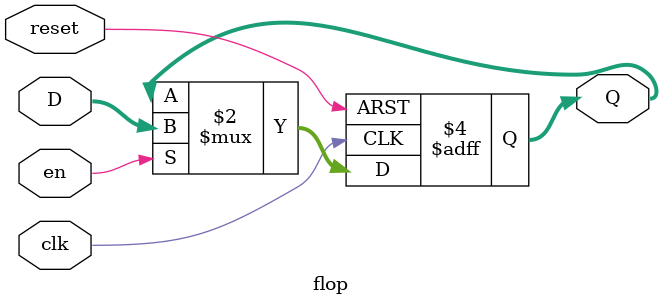
<source format=v>
`timescale 1ns / 1ps


module flop #(parameter WIDTH = 32)
             (input clk, en, reset,
              input [WIDTH-1:0] D,
              output reg [WIDTH-1:0] Q);

    
    always @(posedge clk, posedge reset) begin
        if (reset) Q <= 0;
        else if (en) Q <= D;
    end
   
endmodule

</source>
